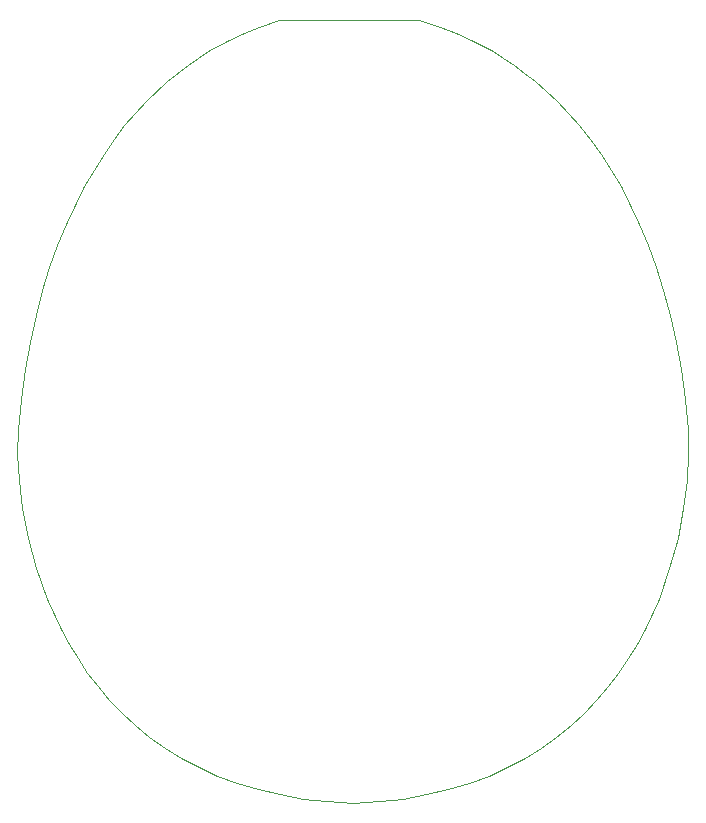
<source format=gbr>
%TF.GenerationSoftware,KiCad,Pcbnew,9.0.0*%
%TF.CreationDate,2026-01-25T00:23:47-05:00*%
%TF.ProjectId,hackapet_v4,6861636b-6170-4657-945f-76342e6b6963,rev?*%
%TF.SameCoordinates,Original*%
%TF.FileFunction,Profile,NP*%
%FSLAX46Y46*%
G04 Gerber Fmt 4.6, Leading zero omitted, Abs format (unit mm)*
G04 Created by KiCad (PCBNEW 9.0.0) date 2026-01-25 00:23:47*
%MOMM*%
%LPD*%
G01*
G04 APERTURE LIST*
%TA.AperFunction,Profile*%
%ADD10C,0.100000*%
%TD*%
G04 APERTURE END LIST*
D10*
X174478763Y-111193289D02*
X173181938Y-110267653D01*
X190407975Y-115857199D02*
X190405114Y-115857199D01*
X212879173Y-104833521D02*
X211986284Y-106009305D01*
X211986284Y-106009305D02*
X211017467Y-107146161D01*
X182420156Y-50147652D02*
X184135921Y-49607351D01*
X216684602Y-72467289D02*
X217246659Y-74572818D01*
X213084136Y-63673996D02*
X213892312Y-65213091D01*
X218171273Y-79158790D02*
X218523465Y-81646242D01*
X182332608Y-114710214D02*
X180571111Y-114173499D01*
X163059081Y-76802151D02*
X163548763Y-74572819D01*
X196741649Y-49812151D02*
X197800414Y-50147636D01*
X207709283Y-56474939D02*
X208641774Y-57449985D01*
X167933917Y-104833521D02*
X167114528Y-103624359D01*
X194654391Y-115494783D02*
X192584938Y-115731536D01*
X175863663Y-112052242D02*
X174478763Y-111193289D01*
X198480481Y-114710214D02*
X196618762Y-115152493D01*
X166837196Y-65213094D02*
X167627218Y-63674000D01*
X201905680Y-113547898D02*
X200241977Y-114173499D01*
X179752454Y-51322796D02*
X181184915Y-50641848D01*
X184135921Y-49607351D02*
X195962795Y-49607335D01*
X176458927Y-53357117D02*
X178163537Y-52218539D01*
X162288484Y-81646242D02*
X162637289Y-79158790D01*
X214446883Y-102387372D02*
X213698563Y-103624359D01*
X192584938Y-115731536D02*
X190407975Y-115857199D01*
X217899247Y-93415600D02*
X217207470Y-95979323D01*
X212242285Y-62237672D02*
X213084136Y-63673996D01*
X180571111Y-114173499D02*
X178907408Y-113547898D01*
X217246659Y-74572818D02*
X217743943Y-76802150D01*
X169795622Y-107146161D02*
X168826805Y-106009305D01*
X217207470Y-95979323D02*
X216289720Y-98564961D01*
X200241977Y-114173499D02*
X198480481Y-114710214D01*
X169298835Y-60900619D02*
X170170239Y-59659323D01*
X204005349Y-53357106D02*
X204917063Y-54026222D01*
X165374201Y-68613618D02*
X166084492Y-66858466D01*
X215386905Y-68613616D02*
X216062957Y-70482057D01*
X178907408Y-113547898D02*
X177339068Y-112838962D01*
X163548763Y-74572819D02*
X164101241Y-72467290D01*
X218523465Y-81646242D02*
X218795338Y-84268013D01*
X214661629Y-66858463D02*
X215386905Y-68613616D01*
X218813097Y-86300000D02*
X218682625Y-88531532D01*
X197800414Y-50147636D02*
X199097627Y-50641833D01*
X208641774Y-57449985D02*
X209566502Y-58510276D01*
X184194327Y-115152493D02*
X182332608Y-114710214D01*
X177339068Y-112838962D02*
X175863663Y-112052242D01*
X203111786Y-52755709D02*
X204005349Y-53357106D01*
X218682625Y-88531532D02*
X218384487Y-90918201D01*
X213698563Y-103624359D02*
X212879173Y-104833521D01*
X170170239Y-59659323D02*
X171058578Y-58510282D01*
X171970759Y-109280886D02*
X170842797Y-108238538D01*
X167627218Y-63674000D02*
X168449463Y-62237676D01*
X195962795Y-49607335D02*
X196741649Y-49812151D01*
X205841745Y-54766563D02*
X206774212Y-55581634D01*
X165073059Y-99852122D02*
X164523372Y-98564961D01*
X206774212Y-55581634D02*
X207709283Y-56474939D01*
X166084492Y-66858466D02*
X166837196Y-65213094D01*
X216062957Y-70482057D02*
X216684602Y-72467289D01*
X215740032Y-99852122D02*
X215126563Y-101128109D01*
X168826805Y-106009305D02*
X167933917Y-104833521D01*
X166366208Y-102387372D02*
X165686528Y-101128109D01*
X162637289Y-79158790D02*
X163059081Y-76802151D01*
X200591829Y-51322783D02*
X202241556Y-52218526D01*
X162017760Y-84268013D02*
X162288484Y-81646242D01*
X172865684Y-56474947D02*
X174679388Y-54766573D01*
X173181938Y-110267653D02*
X171970759Y-109280886D01*
X168449463Y-62237676D02*
X169298835Y-60900619D01*
X213892312Y-65213091D02*
X214661629Y-66858463D01*
X162913847Y-93415600D02*
X162428608Y-90918201D01*
X209566502Y-58510276D02*
X210478285Y-59659317D01*
X206334326Y-111193289D02*
X204949425Y-112052242D01*
X202241556Y-52218526D02*
X203111786Y-52755709D01*
X218384487Y-90918201D02*
X217899247Y-93415600D01*
X208842330Y-109280886D02*
X207631151Y-110267653D01*
X188228151Y-115731536D02*
X186158698Y-115494783D01*
X163605623Y-95979323D02*
X162913847Y-93415600D01*
X199097627Y-50641833D02*
X200591829Y-51322783D01*
X178163537Y-52218539D02*
X179752454Y-51322796D01*
X186158698Y-115494783D02*
X184194327Y-115152493D01*
X211017467Y-107146161D02*
X209970292Y-108238538D01*
X216289720Y-98564961D02*
X215740032Y-99852122D01*
X171058578Y-58510282D02*
X172865684Y-56474947D01*
X196618762Y-115152493D02*
X194654391Y-115494783D01*
X217743943Y-76802150D02*
X218171273Y-79158790D01*
X190405114Y-115857199D02*
X188228151Y-115731536D01*
X162130471Y-88531532D02*
X162000000Y-86300000D01*
X164711419Y-70482058D02*
X165374201Y-68613618D01*
X181184915Y-50641848D02*
X182420156Y-50147652D01*
X167114528Y-103624359D02*
X166366208Y-102387372D01*
X209970292Y-108238538D02*
X208842330Y-109280886D01*
X210478285Y-59659317D02*
X211371940Y-60900614D01*
X215126563Y-101128109D02*
X214446883Y-102387372D01*
X174679388Y-54766573D02*
X176458927Y-53357117D01*
X207631151Y-110267653D02*
X206334326Y-111193289D01*
X170842797Y-108238538D02*
X169795622Y-107146161D01*
X162000000Y-86300000D02*
X162017760Y-84268013D01*
X203474020Y-112838962D02*
X201905680Y-113547898D01*
X164523372Y-98564961D02*
X163605623Y-95979323D01*
X204917063Y-54026222D02*
X205841745Y-54766563D01*
X164101241Y-72467290D02*
X164711419Y-70482058D01*
X204949425Y-112052242D02*
X203474020Y-112838962D01*
X165686528Y-101128109D02*
X165073059Y-99852122D01*
X211371940Y-60900614D02*
X212242285Y-62237672D01*
X162428608Y-90918201D02*
X162130471Y-88531532D01*
X218795338Y-84268013D02*
X218813097Y-86300000D01*
M02*

</source>
